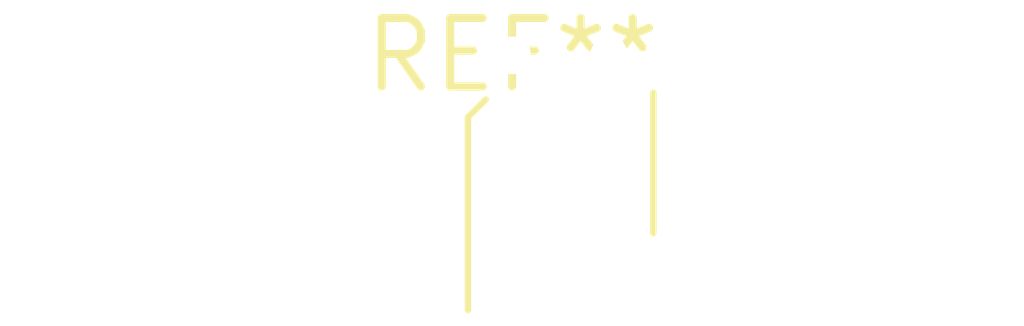
<source format=kicad_pcb>
(kicad_pcb (version 20240108) (generator pcbnew)
  (layers (0 "F.Cu" signal) (31 "B.Cu" signal) (34 "B.Paste" user) (35 "F.Paste" user) (36 "B.SilkS" user "B.Silkscreen") (37 "F.SilkS" user "F.Silkscreen") (38 "B.Mask" user) (39 "F.Mask" user) (44 "Edge.Cuts" user))
  (net 0 "")
  (footprint "OnSemi_CASE100AQ" (layer "F.Cu") (at 0 0)
    (property "Reference" "REF**")
    (property "Value" "OnSemi_CASE100AQ")
    (fp_line (start -0.82 1.15) (end -0.82 4.73) (layer "F.SilkS") (stroke (width 0.12)))
    (fp_line (start -0.49 0.82) (end -0.82 1.15) (layer "F.SilkS") (stroke (width 0.12)))
    (fp_line (start 2.62 3.3) (end 2.62 0.7) (layer "F.SilkS") (stroke (width 0.12)))
    (pad "1" thru_hole roundrect (at 0 0) (size 1.1 1.5) (drill 0.7) (layers *.Cu *.Mask) (remove_unused_layers))
    (pad "2" thru_hole oval (at 0 4) (size 1.1 1.5) (drill 0.7) (layers *.Cu *.Mask) (remove_unused_layers))
    (pad "3" thru_hole oval (at 1.8 4) (size 1.1 1.5) (drill 0.7) (layers *.Cu *.Mask) (remove_unused_layers))
    (pad "4" thru_hole oval (at 1.8 0) (size 1.1 1.5) (drill 0.7) (layers *.Cu *.Mask) (remove_unused_layers))
  )
)
</source>
